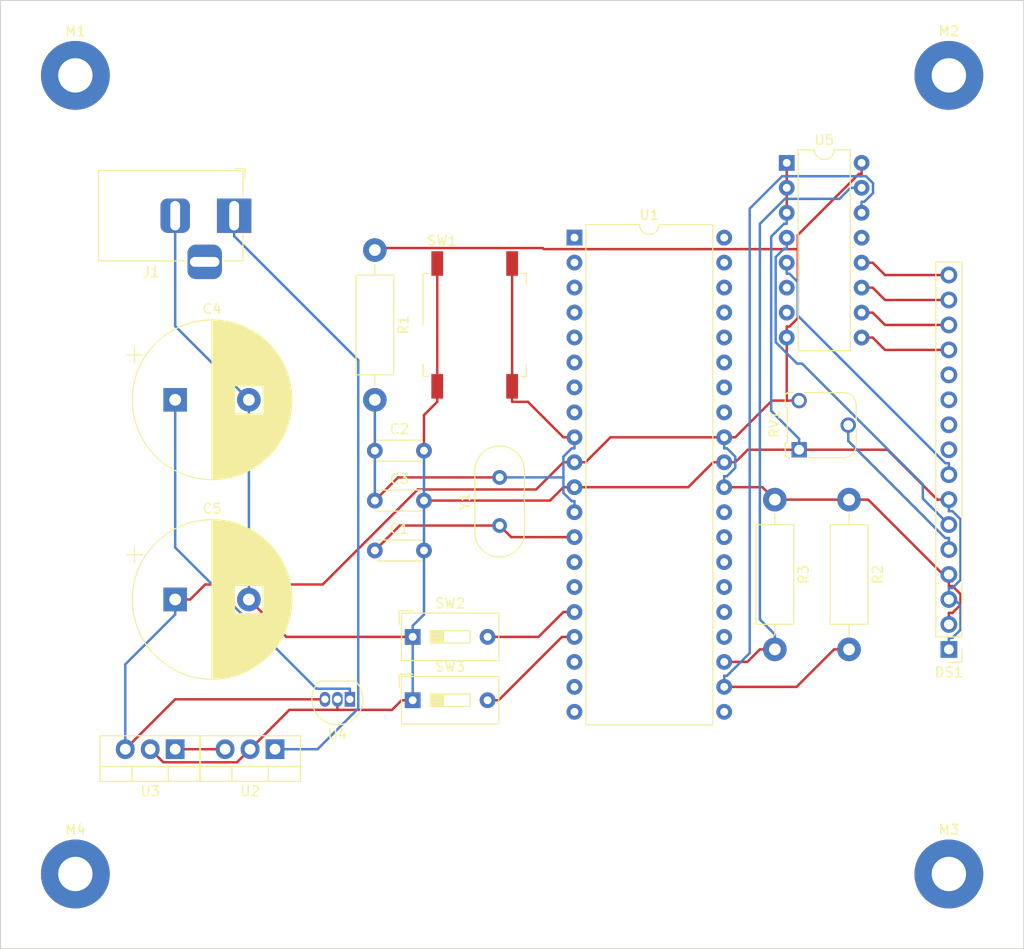
<source format=kicad_pcb>
(kicad_pcb (version 20211014) (generator pcbnew)
  (layers (0 "F.Cu" signal) (31 "B.Cu" signal) (34 "B.Paste" user) (35 "F.Paste" user) (36 "B.SilkS" user "B.Silkscreen") (37 "F.SilkS" user "F.Silkscreen") (38 "B.Mask" user) (39 "F.Mask" user) (44 "Edge.Cuts" user))
  (net 0 "")
  (net 1 "Net-(C1-Pad1)")
  (net 2 "/Atmega32/GND")
  (net 3 "Net-(C2-Pad1)")
  (net 4 "/Power Supply/3.3V")
  (net 5 "/Atmega32/5V")
  (net 6 "Net-(DS1-Pad5)")
  (net 7 "Net-(DS1-Pad6)")
  (net 8 "Net-(DS1-Pad8)")
  (net 13 "Net-(DS1-Pad13)")
  (net 14 "Net-(DS1-Pad14)")
  (net 15 "Net-(DS1-Pad15)")
  (net 16 "Net-(DS1-Pad16)")
  (net 17 "/Power Supply/12V")
  (net 18 "/Atmega32/SCL")
  (net 19 "/Atmega32/SDA")
  (net 20 "/Atmega32/D2")
  (net 21 "/Atmega32/D3")
  (net 41 "Net-(U2-Pad3)")
  (footprint "Resistor_THT:R_Axial_DIN0411_L9.9mm_D3.6mm_P15.24mm_Horizontal" (layer "F.Cu") (at 172.79 104.14 -90)
    (fp_text reference "R3" (at 7.62 -2.92 90) (layer "F.SilkS"))
    (fp_text value "4.7k")
    (pad "1" thru_hole circle (at 0 0 270) (size 2.4 2.4) (drill 1.2) (layers *.Cu *.Mask) (net 5 "/Atmega32/5V"))
    (pad "2" thru_hole oval (at 15.24 0 270) (size 2.4 2.4) (drill 1.2) (layers *.Cu *.Mask) (net 19 "/Atmega32/SDA"))
  )
  (footprint "MountingHole:MountingHole_3.5mm_Pad" (layer "F.Cu") (at 101.6 60.96)
    (fp_text reference "M1" (at 0 -4.5) (layer "F.SilkS"))
    (fp_text value "MountingHole_3.5mm_Pad" hide)
    (pad "1" thru_hole circle (at 0 0) (size 7 7) (drill 3.5) (layers *.Cu *.Mask))
  )
  (footprint "Capacitor_THT:C_Disc_D4.3mm_W1.9mm_P5.00mm" (layer "F.Cu") (at 132.08 109.315)
    (fp_text reference "C1" (at 2.5 -2.2) (layer "F.SilkS"))
    (fp_text value "22pF")
    (pad "1" thru_hole circle (at 0 0) (size 1.6 1.6) (drill 0.8) (layers *.Cu *.Mask) (net 1 "Net-(C1-Pad1)"))
    (pad "2" thru_hole circle (at 5 0) (size 1.6 1.6) (drill 0.8) (layers *.Cu *.Mask) (net 2 "/Atmega32/GND"))
  )
  (footprint "Button_Switch_THT:SW_DIP_SPSTx01_Slide_9.78x4.72mm_W7.62mm_P2.54mm" (layer "F.Cu") (at 135.9325 124.555)
    (fp_text reference "SW3" (at 3.81 -3.42) (layer "F.SilkS"))
    (fp_text value "Siren on/off")
    (pad "1" thru_hole rect (at 0 0) (size 1.6 1.6) (drill 0.8) (layers *.Cu *.Mask) (net 2 "/Atmega32/GND"))
    (pad "2" thru_hole oval (at 7.62 0) (size 1.6 1.6) (drill 0.8) (layers *.Cu *.Mask) (net 21 "/Atmega32/D3"))
  )
  (footprint "Crystal:Crystal_HC18-U_Vertical" (layer "F.Cu") (at 144.78 106.775 90)
    (fp_text reference "Y1" (at 2.45 -3.525 90) (layer "F.SilkS"))
    (fp_text value "Crystal")
    (pad "1" thru_hole circle (at 0 0 90) (size 1.5 1.5) (drill 0.8) (layers *.Cu *.Mask) (net 1 "Net-(C1-Pad1)"))
    (pad "2" thru_hole circle (at 4.9 0 90) (size 1.5 1.5) (drill 0.8) (layers *.Cu *.Mask) (net 3 "Net-(C2-Pad1)"))
  )
  (footprint "Package_TO_SOT_THT:TO-220-3_Vertical" (layer "F.Cu") (at 111.76 129.54 180)
    (fp_text reference "U3" (at 2.54 -4.27) (layer "F.SilkS"))
    (fp_text value "L7805")
    (pad "1" thru_hole rect (at 0 0 180) (size 1.905 2) (drill 1.1) (layers *.Cu *.Mask) (net 41 "Net-(U2-Pad3)"))
    (pad "2" thru_hole oval (at 2.54 0 180) (size 1.905 2) (drill 1.1) (layers *.Cu *.Mask) (net 2 "/Atmega32/GND"))
    (pad "3" thru_hole oval (at 5.08 0 180) (size 1.905 2) (drill 1.1) (layers *.Cu *.Mask) (net 5 "/Atmega32/5V"))
  )
  (footprint "Connector_PinHeader_2.54mm:PinHeader_1x16_P2.54mm_Vertical" (layer "F.Cu") (at 190.5 119.38 180)
    (fp_text reference "DS1" (at 0 -2.33) (layer "F.SilkS"))
    (fp_text value "HY1602E LCD 16x2")
    (pad "1" thru_hole rect (at 0 0 180) (size 1.7 1.7) (drill 1) (layers *.Cu *.Mask) (net 2 "/Atmega32/GND"))
    (pad "2" thru_hole oval (at 0 2.54 180) (size 1.7 1.7) (drill 1) (layers *.Cu *.Mask) (net 5 "/Atmega32/5V"))
    (pad "3" thru_hole oval (at 0 5.08 180) (size 1.7 1.7) (drill 1) (layers *.Cu *.Mask) (net 2 "/Atmega32/GND"))
    (pad "4" thru_hole oval (at 0 7.62 180) (size 1.7 1.7) (drill 1) (layers *.Cu *.Mask) (net 5 "/Atmega32/5V"))
    (pad "5" thru_hole oval (at 0 10.16 180) (size 1.7 1.7) (drill 1) (layers *.Cu *.Mask) (net 6 "Net-(DS1-Pad5)"))
    (pad "6" thru_hole oval (at 0 12.7 180) (size 1.7 1.7) (drill 1) (layers *.Cu *.Mask) (net 7 "Net-(DS1-Pad6)"))
    (pad "7" thru_hole oval (at 0 15.24 180) (size 1.7 1.7) (drill 1) (layers *.Cu *.Mask) (net 2 "/Atmega32/GND"))
    (pad "8" thru_hole oval (at 0 17.78 180) (size 1.7 1.7) (drill 1) (layers *.Cu *.Mask) (net 8 "Net-(DS1-Pad8)"))
    (pad "9" thru_hole oval (at 0 20.32 180) (size 1.7 1.7) (drill 1) (layers *.Cu *.Mask))
    (pad "10" thru_hole oval (at 0 22.86 180) (size 1.7 1.7) (drill 1) (layers *.Cu *.Mask))
    (pad "11" thru_hole oval (at 0 25.4 180) (size 1.7 1.7) (drill 1) (layers *.Cu *.Mask))
    (pad "12" thru_hole oval (at 0 27.94 180) (size 1.7 1.7) (drill 1) (layers *.Cu *.Mask))
    (pad "13" thru_hole oval (at 0 30.48 180) (size 1.7 1.7) (drill 1) (layers *.Cu *.Mask) (net 13 "Net-(DS1-Pad13)"))
    (pad "14" thru_hole oval (at 0 33.02 180) (size 1.7 1.7) (drill 1) (layers *.Cu *.Mask) (net 14 "Net-(DS1-Pad14)"))
    (pad "15" thru_hole oval (at 0 35.56 180) (size 1.7 1.7) (drill 1) (layers *.Cu *.Mask) (net 15 "Net-(DS1-Pad15)"))
    (pad "16" thru_hole oval (at 0 38.1 180) (size 1.7 1.7) (drill 1) (layers *.Cu *.Mask) (net 16 "Net-(DS1-Pad16)"))
  )
  (footprint "Capacitor_THT:C_Disc_D4.3mm_W1.9mm_P5.00mm" (layer "F.Cu") (at 132.08 104.235)
    (fp_text reference "C3" (at 2.5 -2.2) (layer "F.SilkS"))
    (fp_text value "10uF")
    (pad "1" thru_hole circle (at 0 0) (size 1.6 1.6) (drill 0.8) (layers *.Cu *.Mask) (net 3 "Net-(C2-Pad1)"))
    (pad "2" thru_hole circle (at 5 0) (size 1.6 1.6) (drill 0.8) (layers *.Cu *.Mask) (net 2 "/Atmega32/GND"))
  )
  (footprint "Resistor_THT:R_Axial_DIN0411_L9.9mm_D3.6mm_P15.24mm_Horizontal" (layer "F.Cu") (at 180.34 104.14 -90)
    (fp_text reference "R2" (at 7.62 -2.92 90) (layer "F.SilkS"))
    (fp_text value "4.7k")
    (pad "1" thru_hole circle (at 0 0 270) (size 2.4 2.4) (drill 1.2) (layers *.Cu *.Mask) (net 5 "/Atmega32/5V"))
    (pad "2" thru_hole oval (at 15.24 0 270) (size 2.4 2.4) (drill 1.2) (layers *.Cu *.Mask) (net 18 "/Atmega32/SCL"))
  )
  (footprint "MountingHole:MountingHole_3.5mm_Pad" (layer "F.Cu") (at 190.5 142.24)
    (fp_text reference "M3" (at 0 -4.5) (layer "F.SilkS"))
    (fp_text value "MountingHole_3.5mm_Pad" hide)
    (pad "1" thru_hole circle (at 0 0) (size 7 7) (drill 3.5) (layers *.Cu *.Mask))
  )
  (footprint "Package_DIP:DIP-40_W15.24mm" (layer "F.Cu") (at 152.395 77.475)
    (fp_text reference "U1" (at 7.62 -2.33) (layer "F.SilkS"))
    (fp_text value "ATmega32-16P")
    (pad "1" thru_hole rect (at 0 0) (size 1.6 1.6) (drill 0.8) (layers *.Cu *.Mask))
    (pad "2" thru_hole oval (at 0 2.54) (size 1.6 1.6) (drill 0.8) (layers *.Cu *.Mask))
    (pad "3" thru_hole oval (at 0 5.08) (size 1.6 1.6) (drill 0.8) (layers *.Cu *.Mask))
    (pad "4" thru_hole oval (at 0 7.62) (size 1.6 1.6) (drill 0.8) (layers *.Cu *.Mask))
    (pad "5" thru_hole oval (at 0 10.16) (size 1.6 1.6) (drill 0.8) (layers *.Cu *.Mask))
    (pad "6" thru_hole oval (at 0 12.7) (size 1.6 1.6) (drill 0.8) (layers *.Cu *.Mask))
    (pad "7" thru_hole oval (at 0 15.24) (size 1.6 1.6) (drill 0.8) (layers *.Cu *.Mask))
    (pad "8" thru_hole oval (at 0 17.78) (size 1.6 1.6) (drill 0.8) (layers *.Cu *.Mask))
    (pad "9" thru_hole oval (at 0 20.32) (size 1.6 1.6) (drill 0.8) (layers *.Cu *.Mask) (net 3 "Net-(C2-Pad1)"))
    (pad "10" thru_hole oval (at 0 22.86) (size 1.6 1.6) (drill 0.8) (layers *.Cu *.Mask) (net 5 "/Atmega32/5V"))
    (pad "11" thru_hole oval (at 0 25.4) (size 1.6 1.6) (drill 0.8) (layers *.Cu *.Mask) (net 2 "/Atmega32/GND"))
    (pad "12" thru_hole oval (at 0 27.94) (size 1.6 1.6) (drill 0.8) (layers *.Cu *.Mask) (net 3 "Net-(C2-Pad1)"))
    (pad "13" thru_hole oval (at 0 30.48) (size 1.6 1.6) (drill 0.8) (layers *.Cu *.Mask) (net 1 "Net-(C1-Pad1)"))
    (pad "14" thru_hole oval (at 0 33.02) (size 1.6 1.6) (drill 0.8) (layers *.Cu *.Mask))
    (pad "15" thru_hole oval (at 0 35.56) (size 1.6 1.6) (drill 0.8) (layers *.Cu *.Mask))
    (pad "16" thru_hole oval (at 0 38.1) (size 1.6 1.6) (drill 0.8) (layers *.Cu *.Mask) (net 20 "/Atmega32/D2"))
    (pad "17" thru_hole oval (at 0 40.64) (size 1.6 1.6) (drill 0.8) (layers *.Cu *.Mask) (net 21 "/Atmega32/D3"))
    (pad "18" thru_hole oval (at 0 43.18) (size 1.6 1.6) (drill 0.8) (layers *.Cu *.Mask))
    (pad "19" thru_hole oval (at 0 45.72) (size 1.6 1.6) (drill 0.8) (layers *.Cu *.Mask))
    (pad "20" thru_hole oval (at 0 48.26) (size 1.6 1.6) (drill 0.8) (layers *.Cu *.Mask))
    (pad "21" thru_hole oval (at 15.24 48.26) (size 1.6 1.6) (drill 0.8) (layers *.Cu *.Mask))
    (pad "22" thru_hole oval (at 15.24 45.72) (size 1.6 1.6) (drill 0.8) (layers *.Cu *.Mask) (net 18 "/Atmega32/SCL"))
    (pad "23" thru_hole oval (at 15.24 43.18) (size 1.6 1.6) (drill 0.8) (layers *.Cu *.Mask) (net 19 "/Atmega32/SDA"))
    (pad "24" thru_hole oval (at 15.24 40.64) (size 1.6 1.6) (drill 0.8) (layers *.Cu *.Mask))
    (pad "25" thru_hole oval (at 15.24 38.1) (size 1.6 1.6) (drill 0.8) (layers *.Cu *.Mask))
    (pad "26" thru_hole oval (at 15.24 35.56) (size 1.6 1.6) (drill 0.8) (layers *.Cu *.Mask))
    (pad "27" thru_hole oval (at 15.24 33.02) (size 1.6 1.6) (drill 0.8) (layers *.Cu *.Mask))
    (pad "28" thru_hole oval (at 15.24 30.48) (size 1.6 1.6) (drill 0.8) (layers *.Cu *.Mask))
    (pad "29" thru_hole oval (at 15.24 27.94) (size 1.6 1.6) (drill 0.8) (layers *.Cu *.Mask))
    (pad "30" thru_hole oval (at 15.24 25.4) (size 1.6 1.6) (drill 0.8) (layers *.Cu *.Mask) (net 5 "/Atmega32/5V"))
    (pad "31" thru_hole oval (at 15.24 22.86) (size 1.6 1.6) (drill 0.8) (layers *.Cu *.Mask) (net 2 "/Atmega32/GND"))
    (pad "32" thru_hole oval (at 15.24 20.32) (size 1.6 1.6) (drill 0.8) (layers *.Cu *.Mask) (net 5 "/Atmega32/5V"))
    (pad "33" thru_hole oval (at 15.24 17.78) (size 1.6 1.6) (drill 0.8) (layers *.Cu *.Mask))
    (pad "34" thru_hole oval (at 15.24 15.24) (size 1.6 1.6) (drill 0.8) (layers *.Cu *.Mask))
    (pad "35" thru_hole oval (at 15.24 12.7) (size 1.6 1.6) (drill 0.8) (layers *.Cu *.Mask))
    (pad "36" thru_hole oval (at 15.24 10.16) (size 1.6 1.6) (drill 0.8) (layers *.Cu *.Mask))
    (pad "37" thru_hole oval (at 15.24 7.62) (size 1.6 1.6) (drill 0.8) (layers *.Cu *.Mask))
    (pad "38" thru_hole oval (at 15.24 5.08) (size 1.6 1.6) (drill 0.8) (layers *.Cu *.Mask))
    (pad "39" thru_hole oval (at 15.24 2.54) (size 1.6 1.6) (drill 0.8) (layers *.Cu *.Mask))
    (pad "40" thru_hole oval (at 15.24 0) (size 1.6 1.6) (drill 0.8) (layers *.Cu *.Mask))
  )
  (footprint "Capacitor_THT:CP_Radial_D16.0mm_P7.50mm" (layer "F.Cu") (at 111.76 93.98)
    (fp_text reference "C4" (at 3.75 -9.25) (layer "F.SilkS"))
    (fp_text value "470uF")
    (pad "1" thru_hole rect (at 0 0) (size 2.4 2.4) (drill 1.2) (layers *.Cu *.Mask) (net 4 "/Power Supply/3.3V"))
    (pad "2" thru_hole circle (at 7.5 0) (size 2.4 2.4) (drill 1.2) (layers *.Cu *.Mask) (net 2 "/Atmega32/GND"))
  )
  (footprint "Connector_BarrelJack:BarrelJack_Horizontal" (layer "F.Cu") (at 117.76 75.2425)
    (fp_text reference "J1" (at -8.45 5.75) (layer "F.SilkS"))
    (fp_text value "Barrel_Jack")
    (pad "1" thru_hole rect (at 0 0) (size 3.5 3.5) (drill oval 1 3) (layers *.Cu *.Mask) (net 17 "/Power Supply/12V"))
    (pad "2" thru_hole roundrect (at -6 0) (size 3 3.5) (drill oval 1 3) (layers *.Cu *.Mask) (net 2 "/Atmega32/GND"))
    (pad "3" thru_hole roundrect (at -3 4.7) (size 3.5 3.5) (drill oval 3 1) (layers *.Cu *.Mask))
  )
  (footprint "Resistor_THT:R_Axial_DIN0411_L9.9mm_D3.6mm_P15.24mm_Horizontal" (layer "F.Cu") (at 132.08 78.74 -90)
    (fp_text reference "R1" (at 7.62 -2.92 90) (layer "F.SilkS"))
    (fp_text value "10k")
    (pad "1" thru_hole circle (at 0 0 270) (size 2.4 2.4) (drill 1.2) (layers *.Cu *.Mask) (net 5 "/Atmega32/5V"))
    (pad "2" thru_hole oval (at 15.24 0 270) (size 2.4 2.4) (drill 1.2) (layers *.Cu *.Mask) (net 3 "Net-(C2-Pad1)"))
  )
  (footprint "Potentiometer_THT:Potentiometer_Runtron_RM-065_Vertical" (layer "F.Cu") (at 175.26 99.06 90)
    (fp_text reference "RV1" (at 2.6 -2.5 90) (layer "F.SilkS"))
    (fp_text value "Potentiometer")
    (pad "1" thru_hole rect (at 0 0 90) (size 1.56 1.56) (drill 1) (layers *.Cu *.Mask) (net 2 "/Atmega32/GND"))
    (pad "2" thru_hole circle (at 2.5 5 90) (size 1.56 1.56) (drill 1) (layers *.Cu *.Mask) (net 6 "Net-(DS1-Pad5)"))
    (pad "3" thru_hole circle (at 5 0 90) (size 1.56 1.56) (drill 1) (layers *.Cu *.Mask) (net 5 "/Atmega32/5V"))
  )
  (footprint "Package_DIP:DIP-16_W7.62mm" (layer "F.Cu") (at 174 69.865)
    (fp_text reference "U5" (at 3.81 -2.33) (layer "F.SilkS"))
    (fp_text value "PCF8574A")
    (pad "1" thru_hole rect (at 0 0) (size 1.6 1.6) (drill 0.8) (layers *.Cu *.Mask) (net 2 "/Atmega32/GND"))
    (pad "2" thru_hole oval (at 0 2.54) (size 1.6 1.6) (drill 0.8) (layers *.Cu *.Mask) (net 2 "/Atmega32/GND"))
    (pad "3" thru_hole oval (at 0 5.08) (size 1.6 1.6) (drill 0.8) (layers *.Cu *.Mask) (net 2 "/Atmega32/GND"))
    (pad "4" thru_hole oval (at 0 7.62) (size 1.6 1.6) (drill 0.8) (layers *.Cu *.Mask) (net 7 "Net-(DS1-Pad6)"))
    (pad "5" thru_hole oval (at 0 10.16) (size 1.6 1.6) (drill 0.8) (layers *.Cu *.Mask) (net 8 "Net-(DS1-Pad8)"))
    (pad "6" thru_hole oval (at 0 12.7) (size 1.6 1.6) (drill 0.8) (layers *.Cu *.Mask))
    (pad "7" thru_hole oval (at 0 15.24) (size 1.6 1.6) (drill 0.8) (layers *.Cu *.Mask))
    (pad "8" thru_hole oval (at 0 17.78) (size 1.6 1.6) (drill 0.8) (layers *.Cu *.Mask) (net 5 "/Atmega32/5V"))
    (pad "9" thru_hole oval (at 7.62 17.78) (size 1.6 1.6) (drill 0.8) (layers *.Cu *.Mask) (net 13 "Net-(DS1-Pad13)"))
    (pad "10" thru_hole oval (at 7.62 15.24) (size 1.6 1.6) (drill 0.8) (layers *.Cu *.Mask) (net 14 "Net-(DS1-Pad14)"))
    (pad "11" thru_hole oval (at 7.62 12.7) (size 1.6 1.6) (drill 0.8) (layers *.Cu *.Mask) (net 15 "Net-(DS1-Pad15)"))
    (pad "12" thru_hole oval (at 7.62 10.16) (size 1.6 1.6) (drill 0.8) (layers *.Cu *.Mask) (net 16 "Net-(DS1-Pad16)"))
    (pad "13" thru_hole oval (at 7.62 7.62) (size 1.6 1.6) (drill 0.8) (layers *.Cu *.Mask))
    (pad "14" thru_hole oval (at 7.62 5.08) (size 1.6 1.6) (drill 0.8) (layers *.Cu *.Mask) (net 18 "/Atmega32/SCL"))
    (pad "15" thru_hole oval (at 7.62 2.54) (size 1.6 1.6) (drill 0.8) (layers *.Cu *.Mask) (net 19 "/Atmega32/SDA"))
    (pad "16" thru_hole oval (at 7.62 0) (size 1.6 1.6) (drill 0.8) (layers *.Cu *.Mask) (net 5 "/Atmega32/5V"))
  )
  (footprint "Package_TO_SOT_THT:TO-220-3_Vertical" (layer "F.Cu") (at 121.92 129.54 180)
    (fp_text reference "U2" (at 2.54 -4.27) (layer "F.SilkS"))
    (fp_text value "L7809")
    (pad "1" thru_hole rect (at 0 0 180) (size 1.905 2) (drill 1.1) (layers *.Cu *.Mask) (net 17 "/Power Supply/12V"))
    (pad "2" thru_hole oval (at 2.54 0 180) (size 1.905 2) (drill 1.1) (layers *.Cu *.Mask) (net 2 "/Atmega32/GND"))
    (pad "3" thru_hole oval (at 5.08 0 180) (size 1.905 2) (drill 1.1) (layers *.Cu *.Mask) (net 41 "Net-(U2-Pad3)"))
  )
  (footprint "Button_Switch_THT:SW_DIP_SPSTx01_Slide_9.78x4.72mm_W7.62mm_P2.54mm" (layer "F.Cu") (at 135.9325 118.105)
    (fp_text reference "SW2" (at 3.81 -3.42) (layer "F.SilkS"))
    (fp_text value "Auto/Manual")
    (pad "1" thru_hole rect (at 0 0) (size 1.6 1.6) (drill 0.8) (layers *.Cu *.Mask) (net 2 "/Atmega32/GND"))
    (pad "2" thru_hole oval (at 7.62 0) (size 1.6 1.6) (drill 0.8) (layers *.Cu *.Mask) (net 20 "/Atmega32/D2"))
  )
  (footprint "Package_TO_SOT_THT:TO-92_Inline" (layer "F.Cu") (at 129.54 124.46 180)
    (fp_text reference "U4" (at 1.27 -3.56) (layer "F.SilkS"))
    (fp_text value "L78L33_TO92")
    (pad "1" thru_hole rect (at 0 0 180) (size 1.05 1.5) (drill 0.75) (layers *.Cu *.Mask) (net 4 "/Power Supply/3.3V"))
    (pad "2" thru_hole oval (at 1.27 0 180) (size 1.05 1.5) (drill 0.75) (layers *.Cu *.Mask) (net 2 "/Atmega32/GND"))
    (pad "3" thru_hole oval (at 2.54 0 180) (size 1.05 1.5) (drill 0.75) (layers *.Cu *.Mask) (net 5 "/Atmega32/5V"))
  )
  (footprint "Capacitor_THT:CP_Radial_D16.0mm_P7.50mm" (layer "F.Cu") (at 111.76 114.3)
    (fp_text reference "C5" (at 3.75 -9.25) (layer "F.SilkS"))
    (fp_text value "470uF")
    (pad "1" thru_hole rect (at 0 0) (size 2.4 2.4) (drill 1.2) (layers *.Cu *.Mask) (net 5 "/Atmega32/5V"))
    (pad "2" thru_hole circle (at 7.5 0) (size 2.4 2.4) (drill 1.2) (layers *.Cu *.Mask) (net 2 "/Atmega32/GND"))
  )
  (footprint "MountingHole:MountingHole_3.5mm_Pad" (layer "F.Cu") (at 190.5 60.96)
    (fp_text reference "M2" (at 0 -4.5) (layer "F.SilkS"))
    (fp_text value "MountingHole_3.5mm_Pad" hide)
    (pad "1" thru_hole circle (at 0 0) (size 7 7) (drill 3.5) (layers *.Cu *.Mask))
  )
  (footprint "Button_Switch_SMD:SW_MEC_5GSH9" (layer "F.Cu") (at 142.24 86.36)
    (fp_text reference "SW1" (at -3.325 -8.575 180) (layer "F.SilkS"))
    (fp_text value "Reset Button")
    (pad "1" smd rect (at -3.81 -6.25 90) (size 2.5 1.2) (layers "F.Cu" "F.Paste" "F.Mask") (net 2 "/Atmega32/GND"))
    (pad "2" smd rect (at -3.81 6.25 90) (size 2.5 1.2) (layers "F.Cu" "F.Paste" "F.Mask") (net 2 "/Atmega32/GND"))
    (pad "3" smd rect (at 3.81 -6.25 90) (size 2.5 1.2) (layers "F.Cu" "F.Paste" "F.Mask") (net 3 "Net-(C2-Pad1)"))
    (pad "4" smd rect (at 3.81 6.25 90) (size 2.5 1.2) (layers "F.Cu" "F.Paste" "F.Mask") (net 3 "Net-(C2-Pad1)"))
  )
  (footprint "Capacitor_THT:C_Disc_D4.3mm_W1.9mm_P5.00mm" (layer "F.Cu") (at 132.08 99.155)
    (fp_text reference "C2" (at 2.5 -2.2) (layer "F.SilkS"))
    (fp_text value "22pF")
    (pad "1" thru_hole circle (at 0 0) (size 1.6 1.6) (drill 0.8) (layers *.Cu *.Mask) (net 3 "Net-(C2-Pad1)"))
    (pad "2" thru_hole circle (at 5 0) (size 1.6 1.6) (drill 0.8) (layers *.Cu *.Mask) (net 2 "/Atmega32/GND"))
  )
  (footprint "MountingHole:MountingHole_3.5mm_Pad" (layer "F.Cu") (at 101.6 142.24)
    (fp_text reference "M4" (at 0 -4.5) (layer "F.SilkS"))
    (fp_text value "MountingHole_3.5mm_Pad" hide)
    (pad "1" thru_hole circle (at 0 0) (size 7 7) (drill 3.5) (layers *.Cu *.Mask))
  )
  (gr_line (start 93.98 53.34) (end 198.12 53.34) (layer "Edge.Cuts") (width 0.1))
  (gr_line (start 93.98 149.86) (end 93.98 53.34) (layer "Edge.Cuts") (width 0.1))
  (gr_line (start 198.12 149.86) (end 93.98 149.86) (layer "Edge.Cuts") (width 0.1))
  (gr_line (start 198.12 53.34) (end 198.12 149.86) (layer "Edge.Cuts") (width 0.1))
  (segment (start 152.395 107.955) (end 145.96 107.955) (width 0.25) (layer "F.Cu") (net 1))
  (segment (start 134.62 106.775) (end 144.78 106.775) (width 0.25) (layer "F.Cu") (net 1))
  (segment (start 132.08 109.315) (end 134.62 106.775) (width 0.25) (layer "F.Cu") (net 1))
  (segment (start 145.96 107.955) (end 144.78 106.775) (width 0.25) (layer "F.Cu") (net 1))
  (segment (start 134.8072 124.555) (end 133.8269 125.5353) (width 0.25) (layer "F.Cu") (net 2))
  (segment (start 138.43 80.11) (end 138.43 92.61) (width 0.25) (layer "F.Cu") (net 2))
  (segment (start 190.5 104.14) (end 189.3247 104.14) (width 0.25) (layer "F.Cu") (net 2))
  (segment (start 133.8269 125.5353) (end 128.27 125.5353) (width 0.25) (layer "F.Cu") (net 2))
  (segment (start 163.9697 102.875) (end 152.395 102.875) (width 0.25) (layer "F.Cu") (net 2))
  (segment (start 119.26 114.3) (end 123.065 118.105) (width 0.25) (layer "F.Cu") (net 2))
  (segment (start 189.3247 104.14) (end 184.2447 99.06) (width 0.25) (layer "F.Cu") (net 2))
  (segment (start 174 74.945) (end 174 72.405) (width 0.25) (layer "F.Cu") (net 2))
  (segment (start 166.5097 100.335) (end 163.9697 102.875) (width 0.25) (layer "F.Cu") (net 2))
  (segment (start 110.5508 130.8708) (end 118.0492 130.8708) (width 0.25) (layer "F.Cu") (net 2))
  (segment (start 167.635 100.335) (end 166.5097 100.335) (width 0.25) (layer "F.Cu") (net 2))
  (segment (start 138.43 94.1853) (end 137.08 95.5353) (width 0.25) (layer "F.Cu") (net 2))
  (segment (start 175.26 99.06) (end 170.0353 99.06) (width 0.25) (layer "F.Cu") (net 2))
  (segment (start 118.0492 130.8708) (end 119.38 129.54) (width 0.25) (layer "F.Cu") (net 2))
  (segment (start 174 72.405) (end 174 69.865) (width 0.25) (layer "F.Cu") (net 2))
  (segment (start 138.43 92.61) (end 138.43 94.1853) (width 0.25) (layer "F.Cu") (net 2))
  (segment (start 128.27 124.46) (end 128.27 125.5353) (width 0.25) (layer "F.Cu") (net 2))
  (segment (start 119.38 129.54) (end 123.3847 125.5353) (width 0.25) (layer "F.Cu") (net 2))
  (segment (start 137.08 104.235) (end 149.9097 104.235) (width 0.25) (layer "F.Cu") (net 2))
  (segment (start 123.065 118.105) (end 135.9325 118.105) (width 0.25) (layer "F.Cu") (net 2))
  (segment (start 184.2447 99.06) (end 175.26 99.06) (width 0.25) (layer "F.Cu") (net 2))
  (segment (start 109.22 129.54) (end 110.5508 130.8708) (width 0.25) (layer "F.Cu") (net 2))
  (segment (start 135.9325 124.555) (end 134.8072 124.555) (width 0.25) (layer "F.Cu") (net 2))
  (segment (start 168.1977 100.335) (end 168.7603 100.335) (width 0.25) (layer "F.Cu") (net 2))
  (segment (start 149.9097 104.235) (end 151.2697 102.875) (width 0.25) (layer "F.Cu") (net 2))
  (segment (start 152.395 102.875) (end 151.2697 102.875) (width 0.25) (layer "F.Cu") (net 2))
  (segment (start 123.3847 125.5353) (end 128.27 125.5353) (width 0.25) (layer "F.Cu") (net 2))
  (segment (start 168.1977 100.335) (end 167.635 100.335) (width 0.25) (layer "F.Cu") (net 2))
  (segment (start 137.08 95.5353) (end 137.08 99.155) (width 0.25) (layer "F.Cu") (net 2))
  (segment (start 170.0353 99.06) (end 168.7603 100.335) (width 0.25) (layer "F.Cu") (net 2))
  (segment (start 191.6753 117.3968) (end 190.8674 118.2047) (width 0.25) (layer "B.Cu") (net 2))
  (segment (start 172.416 95.1107) (end 172.416 77.373) (width 0.25) (layer "B.Cu") (net 2))
  (segment (start 111.76 75.2425) (end 111.76 86.48) (width 0.25) (layer "B.Cu") (net 2))
  (segment (start 175.26 97.9547) (end 172.416 95.1107) (width 0.25) (layer "B.Cu") (net 2))
  (segment (start 191.6753 114.8876) (end 191.6753 117.3968) (width 0.25) (layer "B.Cu") (net 2))
  (segment (start 137.08 99.155) (end 137.08 104.235) (width 0.25) (layer "B.Cu") (net 2))
  (segment (start 191.6753 112.3168) (end 190.8674 113.1247) (width 0.25) (layer "B.Cu") (net 2))
  (segment (start 111.76 86.48) (end 119.26 93.98) (width 0.25) (layer "B.Cu") (net 2))
  (segment (start 190.5 119.38) (end 190.5 118.2047) (width 0.25) (layer "B.Cu") (net 2))
  (segment (start 174 74.945) (end 174 76.0703) (width 0.25) (layer "B.Cu") (net 2))
  (segment (start 190.5 114.3) (end 190.5 113.7123) (width 0.25) (layer "B.Cu") (net 2))
  (segment (start 191.6753 106.1233) (end 191.6753 112.3168) (width 0.25) (layer "B.Cu") (net 2))
  (segment (start 172.416 77.373) (end 173.7187 76.0703) (width 0.25) (layer "B.Cu") (net 2))
  (segment (start 135.9325 118.105) (end 135.9325 116.9797) (width 0.25) (layer "B.Cu") (net 2))
  (segment (start 135.9325 118.105) (end 135.9325 124.555) (width 0.25) (layer "B.Cu") (net 2))
  (segment (start 190.8674 118.2047) (end 190.5 118.2047) (width 0.25) (layer "B.Cu") (net 2))
  (segment (start 173.7187 76.0703) (end 174 76.0703) (width 0.25) (layer "B.Cu") (net 2))
  (segment (start 137.08 109.315) (end 137.08 115.8322) (width 0.25) (layer "B.Cu") (net 2))
  (segment (start 137.08 115.8322) (end 135.9325 116.9797) (width 0.25) (layer "B.Cu") (net 2))
  (segment (start 175.26 99.06) (end 175.26 97.9547) (width 0.25) (layer "B.Cu") (net 2))
  (segment (start 190.8674 113.1247) (end 190.5 113.1247) (width 0.25) (layer "B.Cu") (net 2))
  (segment (start 190.5 113.7123) (end 191.6753 114.8876) (width 0.25) (layer "B.Cu") (net 2))
  (segment (start 137.08 104.235) (end 137.08 109.315) (width 0.25) (layer "B.Cu") (net 2))
  (segment (start 119.26 93.98) (end 119.26 114.3) (width 0.25) (layer "B.Cu") (net 2))
  (segment (start 190.5 104.14) (end 190.5 105.3153) (width 0.25) (layer "B.Cu") (net 2))
  (segment (start 190.5 113.7123) (end 190.5 113.1247) (width 0.25) (layer "B.Cu") (net 2))
  (segment (start 190.5 105.3153) (end 190.8673 105.3153) (width 0.25) (layer "B.Cu") (net 2))
  (segment (start 190.8673 105.3153) (end 191.6753 106.1233) (width 0.25) (layer "B.Cu") (net 2))
  (segment (start 134.44 101.875) (end 144.78 101.875) (width 0.25) (layer "F.Cu") (net 3))
  (segment (start 146.05 92.61) (end 146.05 94.1853) (width 0.25) (layer "F.Cu") (net 3))
  (segment (start 152.395 97.795) (end 151.2697 97.795) (width 0.25) (layer "F.Cu") (net 3))
  (segment (start 146.05 94.1853) (end 147.66 94.1853) (width 0.25) (layer "F.Cu") (net 3))
  (segment (start 132.08 104.235) (end 134.44 101.875) (width 0.25) (layer "F.Cu") (net 3))
  (segment (start 147.66 94.1853) (end 151.2697 97.795) (width 0.25) (layer "F.Cu") (net 3))
  (segment (start 146.05 80.11) (end 146.05 92.61) (width 0.25) (layer "F.Cu") (net 3))
  (segment (start 151.2697 101.875) (end 144.78 101.875) (width 0.25) (layer "B.Cu") (net 3))
  (segment (start 151.2697 103.4458) (end 152.1136 104.2897) (width 0.25) (layer "B.Cu") (net 3))
  (segment (start 152.1136 104.2897) (end 152.395 104.2897) (width 0.25) (layer "B.Cu") (net 3))
  (segment (start 152.395 105.415) (end 152.395 104.2897) (width 0.25) (layer "B.Cu") (net 3))
  (segment (start 152.395 97.795) (end 152.395 98.9203) (width 0.25) (layer "B.Cu") (net 3))
  (segment (start 132.08 104.235) (end 132.08 99.155) (width 0.25) (layer "B.Cu") (net 3))
  (segment (start 151.2697 101.875) (end 151.2697 103.4458) (width 0.25) (layer "B.Cu") (net 3))
  (segment (start 152.1137 98.9203) (end 151.2697 99.7643) (width 0.25) (layer "B.Cu") (net 3))
  (segment (start 152.395 98.9203) (end 152.1137 98.9203) (width 0.25) (layer "B.Cu") (net 3))
  (segment (start 132.08 99.155) (end 132.08 93.98) (width 0.25) (layer "B.Cu") (net 3))
  (segment (start 151.2697 99.7643) (end 151.2697 101.875) (width 0.25) (layer "B.Cu") (net 3))
  (segment (start 129.54 124.46) (end 129.54 123.3847) (width 0.25) (layer "B.Cu") (net 4))
  (segment (start 111.76 93.98) (end 111.76 109.0118) (width 0.25) (layer "B.Cu") (net 4))
  (segment (start 111.76 109.0118) (end 126.1329 123.3847) (width 0.25) (layer "B.Cu") (net 4))
  (segment (start 126.1329 123.3847) (end 129.54 123.3847) (width 0.25) (layer "B.Cu") (net 4))
  (segment (start 174.2814 86.5197) (end 175.1253 85.6758) (width 0.25) (layer "F.Cu") (net 5))
  (segment (start 113.2853 114.3) (end 114.8106 112.7747) (width 0.25) (layer "F.Cu") (net 5))
  (segment (start 174 94.06) (end 172.4953 94.06) (width 0.25) (layer "F.Cu") (net 5))
  (segment (start 111.76 124.46) (end 127 124.46) (width 0.25) (layer "F.Cu") (net 5))
  (segment (start 175.1253 77.2036) (end 181.3386 70.9903) (width 0.25) (layer "F.Cu") (net 5))
  (segment (start 167.635 97.795) (end 168.7603 97.795) (width 0.25) (layer "F.Cu") (net 5))
  (segment (start 191.6753 113.7433) (end 191.6753 114.8568) (width 0.25) (layer "F.Cu") (net 5))
  (segment (start 172.4953 94.06) (end 168.7603 97.795) (width 0.25) (layer "F.Cu") (net 5))
  (segment (start 175.1253 85.6758) (end 175.1253 78.6448) (width 0.25) (layer "F.Cu") (net 5))
  (segment (start 136.4461 103.1069) (end 148.4978 103.1069) (width 0.25) (layer "F.Cu") (net 5))
  (segment (start 148.4978 103.1069) (end 151.2697 100.335) (width 0.25) (layer "F.Cu") (net 5))
  (segment (start 106.68 129.54) (end 111.76 124.46) (width 0.25) (layer "F.Cu") (net 5))
  (segment (start 190.5 112.9353) (end 190.8673 112.9353) (width 0.25) (layer "F.Cu") (net 5))
  (segment (start 174 87.645) (end 174 94.06) (width 0.25) (layer "F.Cu") (net 5))
  (segment (start 181.3386 70.9903) (end 181.62 70.9903) (width 0.25) (layer "F.Cu") (net 5))
  (segment (start 181.62 69.865) (end 181.62 70.9903) (width 0.25) (layer "F.Cu") (net 5))
  (segment (start 149.2808 78.6448) (end 149.1706 78.5346) (width 0.25) (layer "F.Cu") (net 5))
  (segment (start 182.2924 104.14) (end 180.34 104.14) (width 0.25) (layer "F.Cu") (net 5))
  (segment (start 174 86.5197) (end 174.2814 86.5197) (width 0.25) (layer "F.Cu") (net 5))
  (segment (start 190.8673 112.9353) (end 191.6753 113.7433) (width 0.25) (layer "F.Cu") (net 5))
  (segment (start 149.1706 78.5346) (end 132.2854 78.5346) (width 0.25) (layer "F.Cu") (net 5))
  (segment (start 114.8106 112.7747) (end 126.7783 112.7747) (width 0.25) (layer "F.Cu") (net 5))
  (segment (start 190.5 116.84) (end 190.5 115.6647) (width 0.25) (layer "F.Cu") (net 5))
  (segment (start 171.525 102.875) (end 172.79 104.14) (width 0.25) (layer "F.Cu") (net 5))
  (segment (start 167.635 102.875) (end 171.525 102.875) (width 0.25) (layer "F.Cu") (net 5))
  (segment (start 190.5 111.76) (end 190.5 112.3476) (width 0.25) (layer "F.Cu") (net 5))
  (segment (start 175.1253 78.6448) (end 175.1253 77.2036) (width 0.25) (layer "F.Cu") (net 5))
  (segment (start 190.8674 115.6647) (end 190.5 115.6647) (width 0.25) (layer "F.Cu") (net 5))
  (segment (start 175.1253 78.6448) (end 149.2808 78.6448) (width 0.25) (layer "F.Cu") (net 5))
  (segment (start 153.5203 100.335) (end 156.0603 97.795) (width 0.25) (layer "F.Cu") (net 5))
  (segment (start 152.395 100.335) (end 151.2697 100.335) (width 0.25) (layer "F.Cu") (net 5))
  (segment (start 180.34 104.14) (end 172.79 104.14) (width 0.25) (layer "F.Cu") (net 5))
  (segment (start 156.0603 97.795) (end 167.635 97.795) (width 0.25) (layer "F.Cu") (net 5))
  (segment (start 126.7783 112.7747) (end 136.4461 103.1069) (width 0.25) (layer "F.Cu") (net 5))
  (segment (start 152.395 100.335) (end 153.5203 100.335) (width 0.25) (layer "F.Cu") (net 5))
  (segment (start 191.6753 114.8568) (end 190.8674 115.6647) (width 0.25) (layer "F.Cu") (net 5))
  (segment (start 175.26 94.06) (end 174 94.06) (width 0.25) (layer "F.Cu") (net 5))
  (segment (start 132.2854 78.5346) (end 132.08 78.74) (width 0.25) (layer "F.Cu") (net 5))
  (segment (start 111.76 114.3) (end 113.2853 114.3) (width 0.25) (layer "F.Cu") (net 5))
  (segment (start 190.5 112.3476) (end 190.5 112.9353) (width 0.25) (layer "F.Cu") (net 5))
  (segment (start 190.5 112.3476) (end 182.2924 104.14) (width 0.25) (layer "F.Cu") (net 5))
  (segment (start 174 87.645) (end 174 86.5197) (width 0.25) (layer "F.Cu") (net 5))
  (segment (start 167.9164 101.7497) (end 167.635 101.7497) (width 0.25) (layer "B.Cu") (net 5))
  (segment (start 168.7603 100.9058) (end 167.9164 101.7497) (width 0.25) (layer "B.Cu") (net 5))
  (segment (start 167.635 97.795) (end 167.635 98.9203) (width 0.25) (layer "B.Cu") (net 5))
  (segment (start 106.68 120.9053) (end 106.68 129.54) (width 0.25) (layer "B.Cu") (net 5))
  (segment (start 167.635 98.9203) (end 167.9163 98.9203) (width 0.25) (layer "B.Cu") (net 5))
  (segment (start 167.635 102.875) (end 167.635 101.7497) (width 0.25) (layer "B.Cu") (net 5))
  (segment (start 111.76 114.3) (end 111.76 115.8253) (width 0.25) (layer "B.Cu") (net 5))
  (segment (start 111.76 115.8253) (end 106.68 120.9053) (width 0.25) (layer "B.Cu") (net 5))
  (segment (start 167.9163 98.9203) (end 168.7603 99.7643) (width 0.25) (layer "B.Cu") (net 5))
  (segment (start 168.7603 99.7643) (end 168.7603 100.9058) (width 0.25) (layer "B.Cu") (net 5))
  (segment (start 180.26 98.172) (end 180.26 96.56) (width 0.25) (layer "B.Cu") (net 6))
  (segment (start 190.5 109.22) (end 190.5 108.0447) (width 0.25) (layer "B.Cu") (net 6))
  (segment (start 190.5 108.0447) (end 190.1327 108.0447) (width 0.25) (layer "B.Cu") (net 6))
  (segment (start 190.1327 108.0447) (end 180.26 98.172) (width 0.25) (layer "B.Cu") (net 6))
  (segment (start 175.0562 90.2963) (end 172.8747 88.1148) (width 0.25) (layer "B.Cu") (net 7))
  (segment (start 174 77.485) (end 174 78.6103) (width 0.25) (layer "B.Cu") (net 7))
  (segment (start 173.7186 78.6103) (end 174 78.6103) (width 0.25) (layer "B.Cu") (net 7))
  (segment (start 172.8747 79.4542) (end 173.7186 78.6103) (width 0.25) (layer "B.Cu") (net 7))
  (segment (start 187.8505 102.5872) (end 175.5596 90.2963) (width 0.25) (layer "B.Cu") (net 7))
  (segment (start 190.5 106.68) (end 187.8505 104.0305) (width 0.25) (layer "B.Cu") (net 7))
  (segment (start 172.8747 88.1148) (end 172.8747 79.4542) (width 0.25) (layer "B.Cu") (net 7))
  (segment (start 175.5596 90.2963) (end 175.0562 90.2963) (width 0.25) (layer "B.Cu") (net 7))
  (segment (start 187.8505 104.0305) (end 187.8505 102.5872) (width 0.25) (layer "B.Cu") (net 7))
  (segment (start 190.1327 100.4247) (end 175.1253 85.4173) (width 0.25) (layer "B.Cu") (net 8))
  (segment (start 175.1253 85.4173) (end 175.1253 81.9942) (width 0.25) (layer "B.Cu") (net 8))
  (segment (start 174.2814 81.1503) (end 174 81.1503) (width 0.25) (layer "B.Cu") (net 8))
  (segment (start 190.5 100.4247) (end 190.1327 100.4247) (width 0.25) (layer "B.Cu") (net 8))
  (segment (start 175.1253 81.9942) (end 174.2814 81.1503) (width 0.25) (layer "B.Cu") (net 8))
  (segment (start 174 80.025) (end 174 81.1503) (width 0.25) (layer "B.Cu") (net 8))
  (segment (start 190.5 101.6) (end 190.5 100.4247) (width 0.25) (layer "B.Cu") (net 8))
  (segment (start 184.0003 88.9) (end 182.7453 87.645) (width 0.25) (layer "F.Cu") (net 13))
  (segment (start 181.62 87.645) (end 182.7453 87.645) (width 0.25) (layer "F.Cu") (net 13))
  (segment (start 190.5 88.9) (end 184.0003 88.9) (width 0.25) (layer "F.Cu") (net 13))
  (segment (start 184.0003 86.36) (end 182.7453 85.105) (width 0.25) (layer "F.Cu") (net 14))
  (segment (start 190.5 86.36) (end 184.0003 86.36) (width 0.25) (layer "F.Cu") (net 14))
  (segment (start 181.62 85.105) (end 182.7453 85.105) (width 0.25) (layer "F.Cu") (net 14))
  (segment (start 181.62 82.565) (end 182.7453 82.565) (width 0.25) (layer "F.Cu") (net 15))
  (segment (start 190.5 83.82) (end 184.0003 83.82) (width 0.25) (layer "F.Cu") (net 15))
  (segment (start 184.0003 83.82) (end 182.7453 82.565) (width 0.25) (layer "F.Cu") (net 15))
  (segment (start 181.62 80.025) (end 182.7453 80.025) (width 0.25) (layer "F.Cu") (net 16))
  (segment (start 184.0003 81.28) (end 182.7453 80.025) (width 0.25) (layer "F.Cu") (net 16))
  (segment (start 190.5 81.28) (end 184.0003 81.28) (width 0.25) (layer "F.Cu") (net 16))
  (segment (start 130.3904 89.9482) (end 130.3904 125.4003) (width 0.25) (layer "B.Cu") (net 17))
  (segment (start 117.76 75.2425) (end 117.76 77.3178) (width 0.25) (layer "B.Cu") (net 17))
  (segment (start 117.76 77.3178) (end 130.3904 89.9482) (width 0.25) (layer "B.Cu") (net 17))
  (segment (start 130.3904 125.4003) (end 126.2507 129.54) (width 0.25) (layer "B.Cu") (net 17))
  (segment (start 126.2507 129.54) (end 121.92 129.54) (width 0.25) (layer "B.Cu") (net 17))
  (segment (start 174.9997 123.195) (end 178.8147 119.38) (width 0.25) (layer "F.Cu") (net 18))
  (segment (start 167.635 123.195) (end 174.9997 123.195) (width 0.25) (layer "F.Cu") (net 18))
  (segment (start 180.34 119.38) (end 178.8147 119.38) (width 0.25) (layer "F.Cu") (net 18))
  (segment (start 182.7792 72.9418) (end 182.7792 71.9348) (width 0.25) (layer "B.Cu") (net 18))
  (segment (start 167.635 123.195) (end 167.635 122.0697) (width 0.25) (layer "B.Cu") (net 18))
  (segment (start 173.5259 71.2265) (end 170.2308 74.5216) (width 0.25) (layer "B.Cu") (net 18))
  (segment (start 170.2308 119.7552) (end 167.9163 122.0697) (width 0.25) (layer "B.Cu") (net 18))
  (segment (start 167.9163 122.0697) (end 167.635 122.0697) (width 0.25) (layer "B.Cu") (net 18))
  (segment (start 182.7792 71.9348) (end 182.0709 71.2265) (width 0.25) (layer "B.Cu") (net 18))
  (segment (start 181.9013 73.8197) (end 182.7792 72.9418) (width 0.25) (layer "B.Cu") (net 18))
  (segment (start 170.2308 74.5216) (end 170.2308 119.7552) (width 0.25) (layer "B.Cu") (net 18))
  (segment (start 181.62 73.8197) (end 181.9013 73.8197) (width 0.25) (layer "B.Cu") (net 18))
  (segment (start 181.62 74.945) (end 181.62 73.8197) (width 0.25) (layer "B.Cu") (net 18))
  (segment (start 182.0709 71.2265) (end 173.5259 71.2265) (width 0.25) (layer "B.Cu") (net 18))
  (segment (start 169.9897 120.655) (end 171.2647 119.38) (width 0.25) (layer "F.Cu") (net 19))
  (segment (start 167.635 120.655) (end 169.9897 120.655) (width 0.25) (layer "F.Cu") (net 19))
  (segment (start 172.79 119.38) (end 171.2647 119.38) (width 0.25) (layer "F.Cu") (net 19))
  (segment (start 181.62 72.405) (end 180.4947 72.405) (width 0.25) (layer "B.Cu") (net 19))
  (segment (start 173.8083 73.5303) (end 179.3694 73.5303) (width 0.25) (layer "B.Cu") (net 19))
  (segment (start 171.2647 76.0739) (end 173.8083 73.5303) (width 0.25) (layer "B.Cu") (net 19))
  (segment (start 171.2647 116.3294) (end 171.2647 76.0739) (width 0.25) (layer "B.Cu") (net 19))
  (segment (start 179.3694 73.5303) (end 180.4947 72.405) (width 0.25) (layer "B.Cu") (net 19))
  (segment (start 172.79 119.38) (end 172.79 117.8547) (width 0.25) (layer "B.Cu") (net 19))
  (segment (start 172.79 117.8547) (end 171.2647 116.3294) (width 0.25) (layer "B.Cu") (net 19))
  (segment (start 143.5525 118.105) (end 148.7397 118.105) (width 0.25) (layer "F.Cu") (net 20))
  (segment (start 148.7397 118.105) (end 151.2697 115.575) (width 0.25) (layer "F.Cu") (net 20))
  (segment (start 152.395 115.575) (end 151.2697 115.575) (width 0.25) (layer "F.Cu") (net 20))
  (segment (start 144.6778 124.555) (end 151.1178 118.115) (width 0.25) (layer "F.Cu") (net 21))
  (segment (start 143.5525 124.555) (end 144.6778 124.555) (width 0.25) (layer "F.Cu") (net 21))
  (segment (start 151.1178 118.115) (end 152.395 118.115) (width 0.25) (layer "F.Cu") (net 21))
  (segment (start 116.84 129.54) (end 111.76 129.54) (width 0.25) (layer "F.Cu") (net 41))
)
</source>
